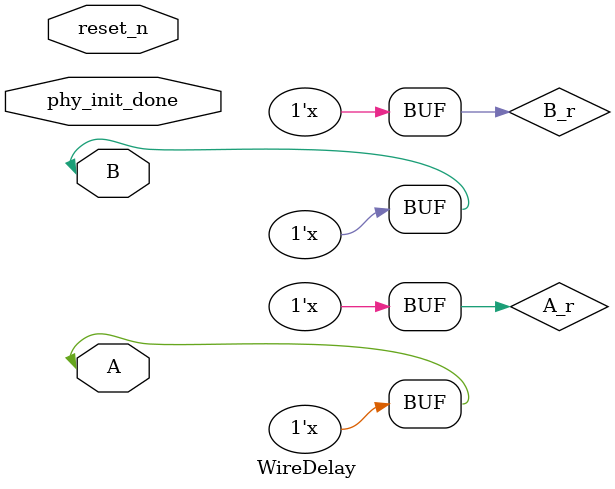
<source format=v>

`timescale 1ns / 1ps

module WireDelay # (
    parameter Delay_g = 0,
    parameter Delay_rd = 0,
    parameter ERR_INSERT = "OFF"
)(
    inout A,
    inout B,
    input reset_n,
    input phy_init_done
);

    reg A_r, B_r;

    reg B_inv ;
    reg line_en;
    reg B_nonX;

    assign A = A_r;
    assign B = B_r;

    always @ (*) begin
        if (B === 1'bx)
            B_nonX <= $random;
        else
            B_nonX <= B;
    end

    always@(*) begin
        if((B_nonX == 'b1) || (B_nonX == 'b0))
            B_inv <= #0 ~B_nonX ;
        else
            B_inv <= #0 'bz ;
    end

    always @(*) begin
        if (!reset_n) begin
            A_r <= 1'bz;
            B_r <= 1'bz;
            line_en <= 1'b0;
        end
        else begin
            if (line_en) begin
                B_r <= 1'bz;
                if ((ERR_INSERT == "ON") & (phy_init_done))
                    A_r <= #Delay_rd B_inv;
                else
                    A_r <= #Delay_rd B_nonX;
            end
            else begin
                B_r <= #Delay_g A;
                A_r <= 1'bz;
            end
        end
    end

    always @(A or B) begin
        if (!reset_n) begin
            line_en <= 1'b0;
        end else if (A !== A_r) begin
            line_en <= 1'b0;
        end else if (B_r !== B) begin
            line_en <= 1'b1;
        end else begin
            line_en <= line_en;
        end
    end

endmodule

</source>
